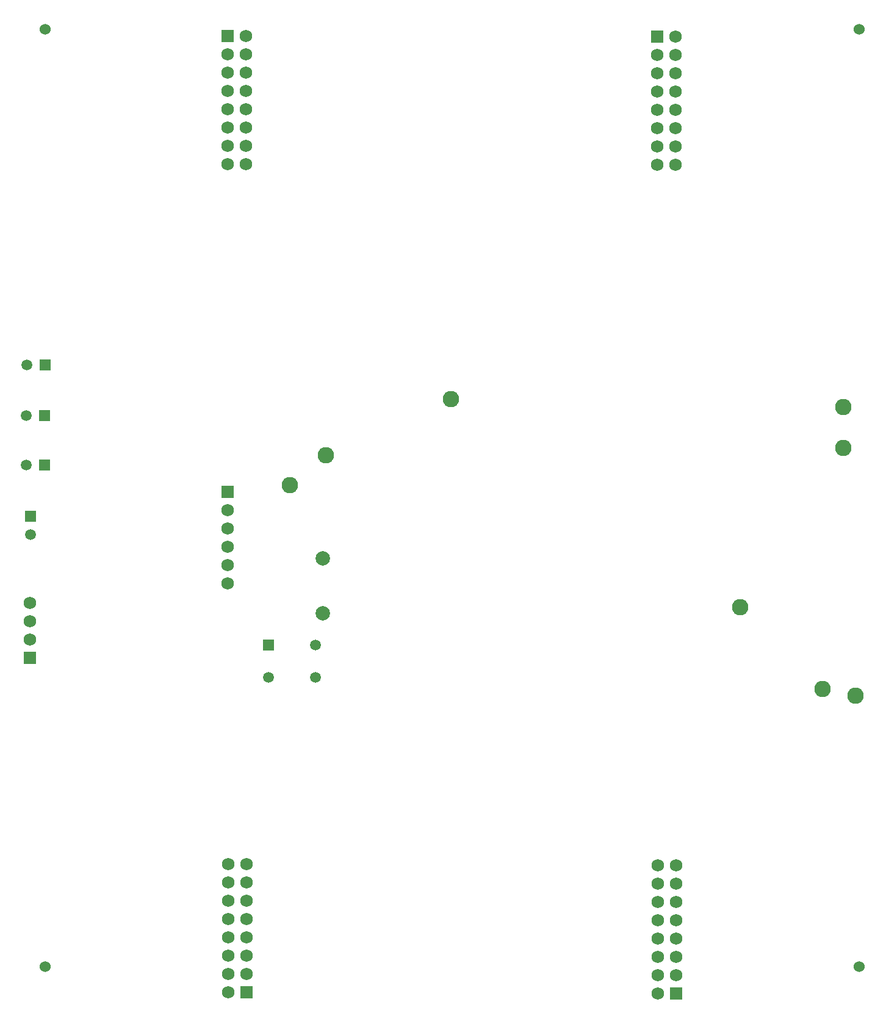
<source format=gbr>
%TF.GenerationSoftware,Altium Limited,Altium Designer,19.1.6 (110)*%
G04 Layer_Color=255*
%FSLAX43Y43*%
%MOMM*%
%TF.FileFunction,Pads,Bot*%
%TF.Part,Single*%
G01*
G75*
%TA.AperFunction,ComponentPad*%
%ADD34R,1.750X1.750*%
%ADD35C,1.750*%
%ADD36C,1.500*%
%ADD37R,1.500X1.500*%
%ADD38R,1.500X1.500*%
%ADD39C,2.286*%
%ADD40C,2.000*%
%ADD41C,1.498*%
%ADD42R,1.498X1.498*%
%TA.AperFunction,WasherPad*%
%ADD43C,1.524*%
D34*
X35306Y139116D02*
D03*
X97540Y6277D02*
D03*
X94945Y139014D02*
D03*
X38000Y6380D02*
D03*
X35357Y75844D02*
D03*
X7874Y52802D02*
D03*
D35*
X37846Y136576D02*
D03*
Y134036D02*
D03*
Y131496D02*
D03*
Y128956D02*
D03*
Y126416D02*
D03*
Y123876D02*
D03*
Y121336D02*
D03*
X35306Y123876D02*
D03*
Y134036D02*
D03*
X37846Y139116D02*
D03*
X35306Y121336D02*
D03*
Y126416D02*
D03*
Y128956D02*
D03*
Y131496D02*
D03*
Y136576D02*
D03*
X97540Y8817D02*
D03*
Y13897D02*
D03*
Y16437D02*
D03*
Y18977D02*
D03*
Y24057D02*
D03*
X95000Y6277D02*
D03*
X97540Y11357D02*
D03*
Y21517D02*
D03*
X95000Y24057D02*
D03*
Y21517D02*
D03*
Y18977D02*
D03*
Y16437D02*
D03*
Y13897D02*
D03*
Y11357D02*
D03*
Y8817D02*
D03*
X97485Y136474D02*
D03*
Y133934D02*
D03*
Y131394D02*
D03*
Y128854D02*
D03*
Y126314D02*
D03*
Y123774D02*
D03*
Y121234D02*
D03*
X94945Y123774D02*
D03*
Y133934D02*
D03*
X97485Y139014D02*
D03*
X94945Y121234D02*
D03*
Y126314D02*
D03*
Y128854D02*
D03*
Y131394D02*
D03*
Y136474D02*
D03*
X38000Y8920D02*
D03*
Y14000D02*
D03*
Y16540D02*
D03*
Y19080D02*
D03*
Y24160D02*
D03*
X35460Y6380D02*
D03*
X38000Y11460D02*
D03*
Y21620D02*
D03*
X35460Y24160D02*
D03*
Y21620D02*
D03*
Y19080D02*
D03*
Y16540D02*
D03*
Y14000D02*
D03*
Y11460D02*
D03*
Y8920D02*
D03*
X35357Y70764D02*
D03*
Y63144D02*
D03*
Y65684D02*
D03*
Y68224D02*
D03*
Y73304D02*
D03*
X7874Y55342D02*
D03*
Y60422D02*
D03*
Y57882D02*
D03*
D36*
X8016Y69888D02*
D03*
X7442Y79574D02*
D03*
X7442Y86393D02*
D03*
X7493Y93442D02*
D03*
D37*
X8016Y72428D02*
D03*
D38*
X9982Y79574D02*
D03*
X9982Y86393D02*
D03*
X10033Y93442D02*
D03*
D39*
X66309Y88686D02*
D03*
X48997Y80965D02*
D03*
X43983Y76751D02*
D03*
X106451Y59867D02*
D03*
X117921Y48522D02*
D03*
X120815Y87655D02*
D03*
Y81919D02*
D03*
X122500Y47600D02*
D03*
D40*
X48539Y59014D02*
D03*
Y66614D02*
D03*
D41*
X41048Y50074D02*
D03*
X47548D02*
D03*
Y54574D02*
D03*
D42*
X41048D02*
D03*
D43*
X123000Y140000D02*
D03*
Y10000D02*
D03*
X10000Y10000D02*
D03*
Y140000D02*
D03*
%TF.MD5,0cf41a05d85a77e35950abd4c688f7b0*%
M02*

</source>
